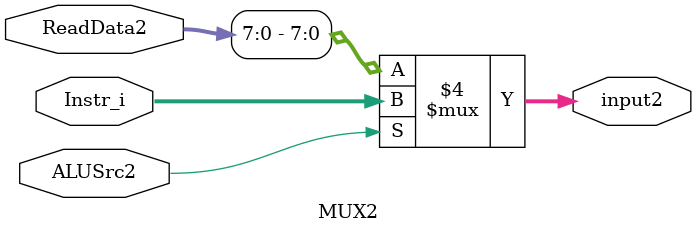
<source format=v>
`timescale 1ns / 1ps


module MUX2(input wire ALUSrc2,
            input wire [8:0] ReadData2,
            input wire [7:0] Instr_i,
            output reg [7:0] input2);
        
    always @(ReadData2,ALUSrc2,Instr_i)
        begin
            if(ALUSrc2 == 0) 
                 input2 = ReadData2;
            else
                 input2 = Instr_i;
        end
endmodule


</source>
